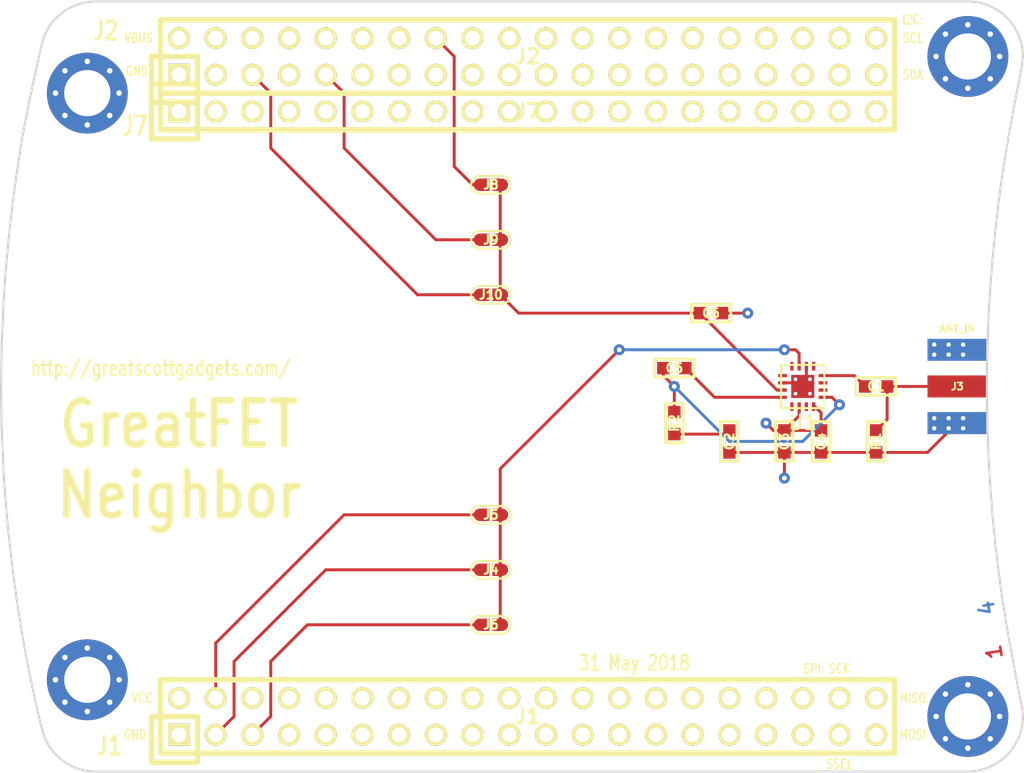
<source format=kicad_pcb>
(kicad_pcb (version 4) (host pcbnew 4.0.7-e2-6376~61~ubuntu18.04.1)
  (layers (0 F.Cu signal) (1 C2.Cu power hide) (2 C3.Cu power hide) (31 B.Cu signal) (35 F.Paste user) (37 F.SilkS user) (39 F.Mask user) (44 Edge.Cuts user))
  (net 0 "")
  (net 1 GND)
  (net 2 VCC)
  (net 3 /RF_IN)
  (net 4 /P4_9)
  (net 5 /P0_0)
  (net 6 /P4_10)
  (net 7 /P0_1)
  (net 8 /P1_0)
  (net 9 /P5_0)
  (net 10 /P5_1)
  (net 11 /P1_1)
  (net 12 /CLK0)
  (net 13 /P1_2)
  (net 14 /P1_5)
  (net 15 /P5_2)
  (net 16 /P1_7)
  (net 17 /P1_6)
  (net 18 /P1_9)
  (net 19 /P1_8)
  (net 20 /P5_3)
  (net 21 /P1_10)
  (net 22 /P1_12)
  (net 23 /P1_11)
  (net 24 /P5_5)
  (net 25 /P5_4)
  (net 26 /P1_14)
  (net 27 /P1_13)
  (net 28 /P5_6)
  (net 29 /P1_15)
  (net 30 /P5_7)
  (net 31 /P1_16)
  (net 32 /P1_18)
  (net 33 /P1_17)
  (net 34 /P9_5)
  (net 35 /P9_6)
  (net 36 /P2_0)
  (net 37 /P6_0)
  (net 38 /P1_20)
  (net 39 /P1_19)
  (net 40 /P1_4)
  (net 41 /P1_3)
  (net 42 "Net-(J2-Pad2)")
  (net 43 /P4_8)
  (net 44 /P4_0)
  (net 45 /ADC0_0)
  (net 46 /P4_5)
  (net 47 /P4_4)
  (net 48 /P4_2)
  (net 49 /P4_3)
  (net 50 /P4_6)
  (net 51 /P4_7)
  (net 52 /CLK2)
  (net 53 /P2_8)
  (net 54 /P2_7)
  (net 55 /P2_6)
  (net 56 /P7_7)
  (net 57 /WAKEUP0)
  (net 58 /P2_5)
  (net 59 /P2_4)
  (net 60 /P2_3)
  (net 61 /PF_4)
  (net 62 /P3_2)
  (net 63 /P7_2)
  (net 64 /P3_1)
  (net 65 /P7_1)
  (net 66 /P3_0)
  (net 67 /P7_0)
  (net 68 /P3_4)
  (net 69 /P6_8)
  (net 70 /P3_7)
  (net 71 /P6_7)
  (net 72 /P3_3)
  (net 73 /P2_2)
  (net 74 /P6_6)
  (net 75 /P2_1)
  (net 76 /P6_3)
  (net 77 /P3_5)
  (net 78 /P3_6)
  (net 79 /I2C0_SDA)
  (net 80 /I2C0_SCL)
  (net 81 /P6_4)
  (net 82 /P6_5)
  (net 83 /ADC0_5)
  (net 84 /ADC0_2)
  (net 85 /P2_9)
  (net 86 /P2_12)
  (net 87 /P2_13)
  (net 88 /RTC_ALARM)
  (net 89 /RESET)
  (net 90 /VBAT)
  (net 91 /P2_11)
  (net 92 /P2_10)
  (net 93 /P6_10)
  (net 94 /P6_9)
  (net 95 /P6_2)
  (net 96 /P6_1)
  (net 97 /VOUT)
  (net 98 "Net-(C1-Pad2)")
  (net 99 "Net-(C2-Pad1)")
  (net 100 /rms_avg)
  (net 101 "Net-(C5-Pad1)")
  (net 102 /ENBL)
  (net 103 "Net-(U1-Pad6)")
  (net 104 "Net-(U1-Pad3)")
  (net 105 "Net-(U1-Pad2)")
  (net 106 "Net-(U1-Pad16)")
  (net 107 "Net-(U1-Pad13)")
  (net 108 "Net-(U1-Pad12)")
  (net 109 "Net-(U1-Pad8)")
  (module gsg-modules:HEADER-1x20 (layer F.Cu) (at 146.05 76.2)
    (fp_text reference J7 (at 0 0) (layer F.SilkS) (effects (font (size 1.016 1.016) (thickness 0.2032))))
    (fp_text value BONUS_ROW hide)
    (pad 1 thru_hole rect (at -24.13 0) (size 1.524 1.524) (drill 1.016) (layers *.Cu *.Mask F.SilkS) (net 1 GND))
    (pad 2 thru_hole circle (at -21.59 0) (size 1.524 1.524) (drill 1.016) (layers *.Cu *.Mask F.SilkS) (net 81 /P6_4))
    (pad 3 thru_hole circle (at -19.05 0) (size 1.524 1.524) (drill 1.016) (layers *.Cu *.Mask F.SilkS) (net 82 /P6_5))
    (pad 4 thru_hole circle (at -16.51 0) (size 1.524 1.524) (drill 1.016) (layers *.Cu *.Mask F.SilkS) (net 83 /ADC0_5))
    (pad 5 thru_hole circle (at -13.97 0) (size 1.524 1.524) (drill 1.016) (layers *.Cu *.Mask F.SilkS) (net 84 /ADC0_2))
    (pad 6 thru_hole circle (at -11.43 0) (size 1.524 1.524) (drill 1.016) (layers *.Cu *.Mask F.SilkS) (net 85 /P2_9))
    (pad 7 thru_hole circle (at -8.89 0) (size 1.524 1.524) (drill 1.016) (layers *.Cu *.Mask F.SilkS) (net 86 /P2_12))
    (pad 8 thru_hole circle (at -6.35 0) (size 1.524 1.524) (drill 1.016) (layers *.Cu *.Mask F.SilkS) (net 87 /P2_13))
    (pad 9 thru_hole circle (at -3.81 0) (size 1.524 1.524) (drill 1.016) (layers *.Cu *.Mask F.SilkS) (net 88 /RTC_ALARM))
    (pad 10 thru_hole circle (at -1.27 0) (size 1.524 1.524) (drill 1.016) (layers *.Cu *.Mask F.SilkS) (net 1 GND))
    (pad 11 thru_hole circle (at 1.27 0) (size 1.524 1.524) (drill 1.016) (layers *.Cu *.Mask F.SilkS) (net 89 /RESET))
    (pad 12 thru_hole circle (at 3.81 0) (size 1.524 1.524) (drill 1.016) (layers *.Cu *.Mask F.SilkS) (net 90 /VBAT))
    (pad 13 thru_hole circle (at 6.35 0) (size 1.524 1.524) (drill 1.016) (layers *.Cu *.Mask F.SilkS) (net 91 /P2_11))
    (pad 14 thru_hole circle (at 8.89 0) (size 1.524 1.524) (drill 1.016) (layers *.Cu *.Mask F.SilkS) (net 92 /P2_10))
    (pad 15 thru_hole circle (at 11.43 0) (size 1.524 1.524) (drill 1.016) (layers *.Cu *.Mask F.SilkS) (net 93 /P6_10))
    (pad 16 thru_hole circle (at 13.97 0) (size 1.524 1.524) (drill 1.016) (layers *.Cu *.Mask F.SilkS) (net 94 /P6_9))
    (pad 17 thru_hole circle (at 16.51 0) (size 1.524 1.524) (drill 1.016) (layers *.Cu *.Mask F.SilkS) (net 95 /P6_2))
    (pad 18 thru_hole circle (at 19.05 0) (size 1.524 1.524) (drill 1.016) (layers *.Cu *.Mask F.SilkS) (net 96 /P6_1))
    (pad 19 thru_hole circle (at 21.59 0) (size 1.524 1.524) (drill 1.016) (layers *.Cu *.Mask F.SilkS) (net 1 GND))
    (pad 20 thru_hole circle (at 24.13 0) (size 1.524 1.524) (drill 1.016) (layers *.Cu *.Mask F.SilkS) (net 2 VCC))
  )
  (module gsg-modules:HEADER-2x20 (layer F.Cu) (at 146.05 118.11)
    (fp_text reference J1 (at 0 0) (layer F.SilkS) (effects (font (size 1.016 1.016) (thickness 0.2032))))
    (fp_text value NEIGHBOR1 hide)
    (pad 1 thru_hole rect (at -24.13 1.27) (size 1.524 1.524) (drill 1.016) (layers *.Cu *.Mask F.SilkS) (net 1 GND))
    (pad 2 thru_hole circle (at -24.13 -1.27) (size 1.524 1.524) (drill 1.016) (layers *.Cu *.Mask F.SilkS) (net 2 VCC))
    (pad 3 thru_hole circle (at -21.59 1.27) (size 1.524 1.524) (drill 1.016) (layers *.Cu *.Mask F.SilkS) (net 4 /P4_9))
    (pad 4 thru_hole circle (at -21.59 -1.27) (size 1.524 1.524) (drill 1.016) (layers *.Cu *.Mask F.SilkS) (net 5 /P0_0))
    (pad 5 thru_hole circle (at -19.05 1.27) (size 1.524 1.524) (drill 1.016) (layers *.Cu *.Mask F.SilkS) (net 6 /P4_10))
    (pad 6 thru_hole circle (at -19.05 -1.27) (size 1.524 1.524) (drill 1.016) (layers *.Cu *.Mask F.SilkS) (net 7 /P0_1))
    (pad 7 thru_hole circle (at -16.51 1.27) (size 1.524 1.524) (drill 1.016) (layers *.Cu *.Mask F.SilkS) (net 8 /P1_0))
    (pad 8 thru_hole circle (at -16.51 -1.27) (size 1.524 1.524) (drill 1.016) (layers *.Cu *.Mask F.SilkS) (net 9 /P5_0))
    (pad 9 thru_hole circle (at -13.97 1.27) (size 1.524 1.524) (drill 1.016) (layers *.Cu *.Mask F.SilkS) (net 10 /P5_1))
    (pad 10 thru_hole circle (at -13.97 -1.27) (size 1.524 1.524) (drill 1.016) (layers *.Cu *.Mask F.SilkS) (net 11 /P1_1))
    (pad 11 thru_hole circle (at -11.43 1.27) (size 1.524 1.524) (drill 1.016) (layers *.Cu *.Mask F.SilkS) (net 12 /CLK0))
    (pad 12 thru_hole circle (at -11.43 -1.27) (size 1.524 1.524) (drill 1.016) (layers *.Cu *.Mask F.SilkS) (net 13 /P1_2))
    (pad 13 thru_hole circle (at -8.89 1.27) (size 1.524 1.524) (drill 1.016) (layers *.Cu *.Mask F.SilkS) (net 14 /P1_5))
    (pad 14 thru_hole circle (at -8.89 -1.27) (size 1.524 1.524) (drill 1.016) (layers *.Cu *.Mask F.SilkS) (net 15 /P5_2))
    (pad 15 thru_hole circle (at -6.35 1.27) (size 1.524 1.524) (drill 1.016) (layers *.Cu *.Mask F.SilkS) (net 16 /P1_7))
    (pad 16 thru_hole circle (at -6.35 -1.27) (size 1.524 1.524) (drill 1.016) (layers *.Cu *.Mask F.SilkS) (net 17 /P1_6))
    (pad 17 thru_hole circle (at -3.81 1.27) (size 1.524 1.524) (drill 1.016) (layers *.Cu *.Mask F.SilkS) (net 18 /P1_9))
    (pad 18 thru_hole circle (at -3.81 -1.27) (size 1.524 1.524) (drill 1.016) (layers *.Cu *.Mask F.SilkS) (net 19 /P1_8))
    (pad 19 thru_hole circle (at -1.27 1.27) (size 1.524 1.524) (drill 1.016) (layers *.Cu *.Mask F.SilkS) (net 20 /P5_3))
    (pad 20 thru_hole circle (at -1.27 -1.27) (size 1.524 1.524) (drill 1.016) (layers *.Cu *.Mask F.SilkS) (net 21 /P1_10))
    (pad 21 thru_hole circle (at 1.27 1.27) (size 1.524 1.524) (drill 1.016) (layers *.Cu *.Mask F.SilkS) (net 22 /P1_12))
    (pad 22 thru_hole circle (at 1.27 -1.27) (size 1.524 1.524) (drill 1.016) (layers *.Cu *.Mask F.SilkS) (net 23 /P1_11))
    (pad 23 thru_hole circle (at 3.81 1.27) (size 1.524 1.524) (drill 1.016) (layers *.Cu *.Mask F.SilkS) (net 24 /P5_5))
    (pad 24 thru_hole circle (at 3.81 -1.27) (size 1.524 1.524) (drill 1.016) (layers *.Cu *.Mask F.SilkS) (net 25 /P5_4))
    (pad 25 thru_hole circle (at 6.35 1.27) (size 1.524 1.524) (drill 1.016) (layers *.Cu *.Mask F.SilkS) (net 26 /P1_14))
    (pad 26 thru_hole circle (at 6.35 -1.27) (size 1.524 1.524) (drill 1.016) (layers *.Cu *.Mask F.SilkS) (net 27 /P1_13))
    (pad 27 thru_hole circle (at 8.89 1.27) (size 1.524 1.524) (drill 1.016) (layers *.Cu *.Mask F.SilkS) (net 28 /P5_6))
    (pad 28 thru_hole circle (at 8.89 -1.27) (size 1.524 1.524) (drill 1.016) (layers *.Cu *.Mask F.SilkS) (net 29 /P1_15))
    (pad 29 thru_hole circle (at 11.43 1.27) (size 1.524 1.524) (drill 1.016) (layers *.Cu *.Mask F.SilkS) (net 30 /P5_7))
    (pad 30 thru_hole circle (at 11.43 -1.27) (size 1.524 1.524) (drill 1.016) (layers *.Cu *.Mask F.SilkS) (net 31 /P1_16))
    (pad 31 thru_hole circle (at 13.97 1.27) (size 1.524 1.524) (drill 1.016) (layers *.Cu *.Mask F.SilkS) (net 32 /P1_18))
    (pad 32 thru_hole circle (at 13.97 -1.27) (size 1.524 1.524) (drill 1.016) (layers *.Cu *.Mask F.SilkS) (net 33 /P1_17))
    (pad 33 thru_hole circle (at 16.51 1.27) (size 1.524 1.524) (drill 1.016) (layers *.Cu *.Mask F.SilkS) (net 34 /P9_5))
    (pad 34 thru_hole circle (at 16.51 -1.27) (size 1.524 1.524) (drill 1.016) (layers *.Cu *.Mask F.SilkS) (net 35 /P9_6))
    (pad 35 thru_hole circle (at 19.05 1.27) (size 1.524 1.524) (drill 1.016) (layers *.Cu *.Mask F.SilkS) (net 36 /P2_0))
    (pad 36 thru_hole circle (at 19.05 -1.27) (size 1.524 1.524) (drill 1.016) (layers *.Cu *.Mask F.SilkS) (net 37 /P6_0))
    (pad 37 thru_hole circle (at 21.59 1.27) (size 1.524 1.524) (drill 1.016) (layers *.Cu *.Mask F.SilkS) (net 38 /P1_20))
    (pad 38 thru_hole circle (at 21.59 -1.27) (size 1.524 1.524) (drill 1.016) (layers *.Cu *.Mask F.SilkS) (net 39 /P1_19))
    (pad 39 thru_hole circle (at 24.13 1.27) (size 1.524 1.524) (drill 1.016) (layers *.Cu *.Mask F.SilkS) (net 40 /P1_4))
    (pad 40 thru_hole circle (at 24.13 -1.27) (size 1.524 1.524) (drill 1.016) (layers *.Cu *.Mask F.SilkS) (net 41 /P1_3))
  )
  (module gsg-modules:HEADER-2x20 (layer F.Cu) (at 146.05 72.39)
    (fp_text reference J2 (at 0 0) (layer F.SilkS) (effects (font (size 1.016 1.016) (thickness 0.2032))))
    (fp_text value NEIGHBOR2 hide)
    (pad 1 thru_hole rect (at -24.13 1.27) (size 1.524 1.524) (drill 1.016) (layers *.Cu *.Mask F.SilkS) (net 1 GND))
    (pad 2 thru_hole circle (at -24.13 -1.27) (size 1.524 1.524) (drill 1.016) (layers *.Cu *.Mask F.SilkS) (net 42 "Net-(J2-Pad2)"))
    (pad 3 thru_hole circle (at -21.59 1.27) (size 1.524 1.524) (drill 1.016) (layers *.Cu *.Mask F.SilkS) (net 43 /P4_8))
    (pad 4 thru_hole circle (at -21.59 -1.27) (size 1.524 1.524) (drill 1.016) (layers *.Cu *.Mask F.SilkS) (net 44 /P4_0))
    (pad 5 thru_hole circle (at -19.05 1.27) (size 1.524 1.524) (drill 1.016) (layers *.Cu *.Mask F.SilkS) (net 45 /ADC0_0))
    (pad 6 thru_hole circle (at -19.05 -1.27) (size 1.524 1.524) (drill 1.016) (layers *.Cu *.Mask F.SilkS) (net 46 /P4_5))
    (pad 7 thru_hole circle (at -16.51 1.27) (size 1.524 1.524) (drill 1.016) (layers *.Cu *.Mask F.SilkS) (net 47 /P4_4))
    (pad 8 thru_hole circle (at -16.51 -1.27) (size 1.524 1.524) (drill 1.016) (layers *.Cu *.Mask F.SilkS) (net 48 /P4_2))
    (pad 9 thru_hole circle (at -13.97 1.27) (size 1.524 1.524) (drill 1.016) (layers *.Cu *.Mask F.SilkS) (net 49 /P4_3))
    (pad 10 thru_hole circle (at -13.97 -1.27) (size 1.524 1.524) (drill 1.016) (layers *.Cu *.Mask F.SilkS) (net 50 /P4_6))
    (pad 11 thru_hole circle (at -11.43 1.27) (size 1.524 1.524) (drill 1.016) (layers *.Cu *.Mask F.SilkS) (net 51 /P4_7))
    (pad 12 thru_hole circle (at -11.43 -1.27) (size 1.524 1.524) (drill 1.016) (layers *.Cu *.Mask F.SilkS) (net 52 /CLK2))
    (pad 13 thru_hole circle (at -8.89 1.27) (size 1.524 1.524) (drill 1.016) (layers *.Cu *.Mask F.SilkS) (net 53 /P2_8))
    (pad 14 thru_hole circle (at -8.89 -1.27) (size 1.524 1.524) (drill 1.016) (layers *.Cu *.Mask F.SilkS) (net 54 /P2_7))
    (pad 15 thru_hole circle (at -6.35 1.27) (size 1.524 1.524) (drill 1.016) (layers *.Cu *.Mask F.SilkS) (net 55 /P2_6))
    (pad 16 thru_hole circle (at -6.35 -1.27) (size 1.524 1.524) (drill 1.016) (layers *.Cu *.Mask F.SilkS) (net 56 /P7_7))
    (pad 17 thru_hole circle (at -3.81 1.27) (size 1.524 1.524) (drill 1.016) (layers *.Cu *.Mask F.SilkS) (net 57 /WAKEUP0))
    (pad 18 thru_hole circle (at -3.81 -1.27) (size 1.524 1.524) (drill 1.016) (layers *.Cu *.Mask F.SilkS) (net 58 /P2_5))
    (pad 19 thru_hole circle (at -1.27 1.27) (size 1.524 1.524) (drill 1.016) (layers *.Cu *.Mask F.SilkS) (net 59 /P2_4))
    (pad 20 thru_hole circle (at -1.27 -1.27) (size 1.524 1.524) (drill 1.016) (layers *.Cu *.Mask F.SilkS) (net 60 /P2_3))
    (pad 21 thru_hole circle (at 1.27 1.27) (size 1.524 1.524) (drill 1.016) (layers *.Cu *.Mask F.SilkS) (net 61 /PF_4))
    (pad 22 thru_hole circle (at 1.27 -1.27) (size 1.524 1.524) (drill 1.016) (layers *.Cu *.Mask F.SilkS) (net 62 /P3_2))
    (pad 23 thru_hole circle (at 3.81 1.27) (size 1.524 1.524) (drill 1.016) (layers *.Cu *.Mask F.SilkS) (net 63 /P7_2))
    (pad 24 thru_hole circle (at 3.81 -1.27) (size 1.524 1.524) (drill 1.016) (layers *.Cu *.Mask F.SilkS) (net 64 /P3_1))
    (pad 25 thru_hole circle (at 6.35 1.27) (size 1.524 1.524) (drill 1.016) (layers *.Cu *.Mask F.SilkS) (net 65 /P7_1))
    (pad 26 thru_hole circle (at 6.35 -1.27) (size 1.524 1.524) (drill 1.016) (layers *.Cu *.Mask F.SilkS) (net 66 /P3_0))
    (pad 27 thru_hole circle (at 8.89 1.27) (size 1.524 1.524) (drill 1.016) (layers *.Cu *.Mask F.SilkS) (net 67 /P7_0))
    (pad 28 thru_hole circle (at 8.89 -1.27) (size 1.524 1.524) (drill 1.016) (layers *.Cu *.Mask F.SilkS) (net 68 /P3_4))
    (pad 29 thru_hole circle (at 11.43 1.27) (size 1.524 1.524) (drill 1.016) (layers *.Cu *.Mask F.SilkS) (net 69 /P6_8))
    (pad 30 thru_hole circle (at 11.43 -1.27) (size 1.524 1.524) (drill 1.016) (layers *.Cu *.Mask F.SilkS) (net 70 /P3_7))
    (pad 31 thru_hole circle (at 13.97 1.27) (size 1.524 1.524) (drill 1.016) (layers *.Cu *.Mask F.SilkS) (net 71 /P6_7))
    (pad 32 thru_hole circle (at 13.97 -1.27) (size 1.524 1.524) (drill 1.016) (layers *.Cu *.Mask F.SilkS) (net 72 /P3_3))
    (pad 33 thru_hole circle (at 16.51 1.27) (size 1.524 1.524) (drill 1.016) (layers *.Cu *.Mask F.SilkS) (net 73 /P2_2))
    (pad 34 thru_hole circle (at 16.51 -1.27) (size 1.524 1.524) (drill 1.016) (layers *.Cu *.Mask F.SilkS) (net 74 /P6_6))
    (pad 35 thru_hole circle (at 19.05 1.27) (size 1.524 1.524) (drill 1.016) (layers *.Cu *.Mask F.SilkS) (net 75 /P2_1))
    (pad 36 thru_hole circle (at 19.05 -1.27) (size 1.524 1.524) (drill 1.016) (layers *.Cu *.Mask F.SilkS) (net 76 /P6_3))
    (pad 37 thru_hole circle (at 21.59 1.27) (size 1.524 1.524) (drill 1.016) (layers *.Cu *.Mask F.SilkS) (net 77 /P3_5))
    (pad 38 thru_hole circle (at 21.59 -1.27) (size 1.524 1.524) (drill 1.016) (layers *.Cu *.Mask F.SilkS) (net 78 /P3_6))
    (pad 39 thru_hole circle (at 24.13 1.27) (size 1.524 1.524) (drill 1.016) (layers *.Cu *.Mask F.SilkS) (net 79 /I2C0_SDA))
    (pad 40 thru_hole circle (at 24.13 -1.27) (size 1.524 1.524) (drill 1.016) (layers *.Cu *.Mask F.SilkS) (net 80 /I2C0_SCL))
  )
  (module gsg-modules:HOLE126MIL-COPPER (layer F.Cu) (at 115.57 74.93)
    (fp_text reference MH1 hide)
    (fp_text value MOUNTING_HOLE hide)
    (pad 1 thru_hole circle (at 0 0) (size 5.6 5.6) (drill 3.2004) (layers *.Cu *.Mask) (net 1 GND))
    (pad 1 thru_hole circle (at 0 -2.2) (size 0.6 0.6) (drill 0.381) (layers *.Cu *.Mask) (net 1 GND))
    (pad 1 thru_hole circle (at -2.2 0) (size 0.6 0.6) (drill 0.381) (layers *.Cu *.Mask) (net 1 GND))
    (pad 1 thru_hole circle (at 0 2.2) (size 0.6 0.6) (drill 0.381) (layers *.Cu *.Mask) (net 1 GND))
    (pad 1 thru_hole circle (at 2.2 0) (size 0.6 0.6) (drill 0.381) (layers *.Cu *.Mask) (net 1 GND))
    (pad 1 thru_hole circle (at 1.55 -1.55) (size 0.6 0.6) (drill 0.381) (layers *.Cu *.Mask) (net 1 GND))
    (pad 1 thru_hole circle (at -1.55 -1.55) (size 0.6 0.6) (drill 0.381) (layers *.Cu *.Mask) (net 1 GND))
    (pad 1 thru_hole circle (at -1.55 1.55) (size 0.6 0.6) (drill 0.381) (layers *.Cu *.Mask) (net 1 GND))
    (pad 1 thru_hole circle (at 1.55 1.55) (size 0.6 0.6) (drill 0.381) (layers *.Cu *.Mask) (net 1 GND))
  )
  (module gsg-modules:HOLE126MIL-COPPER (layer F.Cu) (at 115.57 115.57)
    (fp_text reference MH2 hide)
    (fp_text value MOUNTING_HOLE hide)
    (pad 1 thru_hole circle (at 0 0) (size 5.6 5.6) (drill 3.2004) (layers *.Cu *.Mask) (net 1 GND))
    (pad 1 thru_hole circle (at 0 -2.2) (size 0.6 0.6) (drill 0.381) (layers *.Cu *.Mask) (net 1 GND))
    (pad 1 thru_hole circle (at -2.2 0) (size 0.6 0.6) (drill 0.381) (layers *.Cu *.Mask) (net 1 GND))
    (pad 1 thru_hole circle (at 0 2.2) (size 0.6 0.6) (drill 0.381) (layers *.Cu *.Mask) (net 1 GND))
    (pad 1 thru_hole circle (at 2.2 0) (size 0.6 0.6) (drill 0.381) (layers *.Cu *.Mask) (net 1 GND))
    (pad 1 thru_hole circle (at 1.55 -1.55) (size 0.6 0.6) (drill 0.381) (layers *.Cu *.Mask) (net 1 GND))
    (pad 1 thru_hole circle (at -1.55 -1.55) (size 0.6 0.6) (drill 0.381) (layers *.Cu *.Mask) (net 1 GND))
    (pad 1 thru_hole circle (at -1.55 1.55) (size 0.6 0.6) (drill 0.381) (layers *.Cu *.Mask) (net 1 GND))
    (pad 1 thru_hole circle (at 1.55 1.55) (size 0.6 0.6) (drill 0.381) (layers *.Cu *.Mask) (net 1 GND))
  )
  (module gsg-modules:HOLE126MIL-COPPER (layer F.Cu) (at 176.53 118.11)
    (fp_text reference MH3 hide)
    (fp_text value MOUNTING_HOLE hide)
    (pad 1 thru_hole circle (at 0 0) (size 5.6 5.6) (drill 3.2004) (layers *.Cu *.Mask) (net 1 GND))
    (pad 1 thru_hole circle (at 0 -2.2) (size 0.6 0.6) (drill 0.381) (layers *.Cu *.Mask) (net 1 GND))
    (pad 1 thru_hole circle (at -2.2 0) (size 0.6 0.6) (drill 0.381) (layers *.Cu *.Mask) (net 1 GND))
    (pad 1 thru_hole circle (at 0 2.2) (size 0.6 0.6) (drill 0.381) (layers *.Cu *.Mask) (net 1 GND))
    (pad 1 thru_hole circle (at 2.2 0) (size 0.6 0.6) (drill 0.381) (layers *.Cu *.Mask) (net 1 GND))
    (pad 1 thru_hole circle (at 1.55 -1.55) (size 0.6 0.6) (drill 0.381) (layers *.Cu *.Mask) (net 1 GND))
    (pad 1 thru_hole circle (at -1.55 -1.55) (size 0.6 0.6) (drill 0.381) (layers *.Cu *.Mask) (net 1 GND))
    (pad 1 thru_hole circle (at -1.55 1.55) (size 0.6 0.6) (drill 0.381) (layers *.Cu *.Mask) (net 1 GND))
    (pad 1 thru_hole circle (at 1.55 1.55) (size 0.6 0.6) (drill 0.381) (layers *.Cu *.Mask) (net 1 GND))
  )
  (module gsg-modules:HOLE126MIL-COPPER (layer F.Cu) (at 176.53 72.39)
    (fp_text reference MH4 hide)
    (fp_text value MOUNTING_HOLE hide)
    (pad 1 thru_hole circle (at 0 0) (size 5.6 5.6) (drill 3.2004) (layers *.Cu *.Mask) (net 1 GND))
    (pad 1 thru_hole circle (at 0 -2.2) (size 0.6 0.6) (drill 0.381) (layers *.Cu *.Mask) (net 1 GND))
    (pad 1 thru_hole circle (at -2.2 0) (size 0.6 0.6) (drill 0.381) (layers *.Cu *.Mask) (net 1 GND))
    (pad 1 thru_hole circle (at 0 2.2) (size 0.6 0.6) (drill 0.381) (layers *.Cu *.Mask) (net 1 GND))
    (pad 1 thru_hole circle (at 2.2 0) (size 0.6 0.6) (drill 0.381) (layers *.Cu *.Mask) (net 1 GND))
    (pad 1 thru_hole circle (at 1.55 -1.55) (size 0.6 0.6) (drill 0.381) (layers *.Cu *.Mask) (net 1 GND))
    (pad 1 thru_hole circle (at -1.55 -1.55) (size 0.6 0.6) (drill 0.381) (layers *.Cu *.Mask) (net 1 GND))
    (pad 1 thru_hole circle (at -1.55 1.55) (size 0.6 0.6) (drill 0.381) (layers *.Cu *.Mask) (net 1 GND))
    (pad 1 thru_hole circle (at 1.55 1.55) (size 0.6 0.6) (drill 0.381) (layers *.Cu *.Mask) (net 1 GND))
  )
  (module gsg-modules:SMA-EDGE (layer F.Cu) (at 177.8 95.25 180)
    (fp_text reference J3 (at 1.99898 0 180) (layer F.SilkS) (effects (font (size 0.50038 0.50038) (thickness 0.12446))))
    (fp_text value ANT_IN (at 1.99898 4.0005 180) (layer F.SilkS) (effects (font (size 0.50038 0.50038) (thickness 0.12446))))
    (pad 1 smd rect (at 2.032 0 180) (size 4.064 1.524) (layers F.Cu F.Mask) (net 98 "Net-(C1-Pad2)"))
    (pad 2 smd rect (at 2.032 -2.54 180) (size 4.064 1.524) (layers F.Cu F.Mask) (net 1 GND))
    (pad 2 smd rect (at 2.032 2.54 180) (size 4.064 1.524) (layers B.Cu) (net 1 GND))
    (pad 2 smd rect (at 2.032 -2.54 180) (size 4.064 1.524) (layers B.Cu) (net 1 GND))
    (pad 2 smd rect (at 2.032 2.54 180) (size 4.064 1.524) (layers F.Cu F.Mask) (net 1 GND))
    (pad 2 thru_hole circle (at 3.6 -2.2 180) (size 0.762 0.762) (drill 0.3048) (layers *.Cu *.Mask) (net 1 GND))
    (pad 2 thru_hole circle (at 3.6 -2.9 180) (size 0.762 0.762) (drill 0.3048) (layers *.Cu *.Mask) (net 1 GND))
    (pad 2 thru_hole circle (at 2.6 -2.2 180) (size 0.762 0.762) (drill 0.3048) (layers *.Cu *.Mask) (net 1 GND))
    (pad 2 thru_hole circle (at 1.6 -2.2 180) (size 0.762 0.762) (drill 0.3048) (layers *.Cu *.Mask) (net 1 GND))
    (pad 2 thru_hole circle (at 1.6 -2.9 180) (size 0.762 0.762) (drill 0.3048) (layers *.Cu *.Mask) (net 1 GND))
    (pad 2 thru_hole circle (at 2.6 -2.9 180) (size 0.762 0.762) (drill 0.3048) (layers *.Cu *.Mask) (net 1 GND))
    (pad 2 thru_hole circle (at 3.6 2.2 180) (size 0.762 0.762) (drill 0.3048) (layers *.Cu *.Mask) (net 1 GND))
    (pad 2 thru_hole circle (at 2.6 2.2 180) (size 0.762 0.762) (drill 0.3048) (layers *.Cu *.Mask) (net 1 GND))
    (pad 2 thru_hole circle (at 1.6 2.2 180) (size 0.762 0.762) (drill 0.3048) (layers *.Cu *.Mask) (net 1 GND))
    (pad 2 thru_hole circle (at 1.6 2.9 180) (size 0.762 0.762) (drill 0.3048) (layers *.Cu *.Mask) (net 1 GND))
    (pad 2 thru_hole circle (at 2.6 2.9 180) (size 0.762 0.762) (drill 0.3048) (layers *.Cu *.Mask) (net 1 GND))
    (pad 2 thru_hole circle (at 3.6 2.9 180) (size 0.762 0.762) (drill 0.3048) (layers *.Cu *.Mask) (net 1 GND))
  )
  (module gsg-modules:0603 (layer F.Cu) (at 170.18 95.25)
    (fp_text reference C1 (at 0 0) (layer F.SilkS) (effects (font (size 0.6096 0.6096) (thickness 0.1524))))
    (fp_text value 470nF hide)
    (pad 2 smd rect (at 0.762 0) (size 0.8636 0.8636) (layers F.Cu F.Paste F.Mask) (net 98 "Net-(C1-Pad2)"))
    (pad 1 smd rect (at -0.762 0) (size 0.8636 0.8636) (layers F.Cu F.Paste F.Mask) (net 3 /RF_IN))
  )
  (module gsg-modules:0603 (layer F.Cu) (at 160.02 99.06 270)
    (fp_text reference C2 (at 0 0 270) (layer F.SilkS) (effects (font (size 0.6096 0.6096) (thickness 0.1524))))
    (fp_text value 100nF hide)
    (pad 2 smd rect (at 0.762 0 270) (size 0.8636 0.8636) (layers F.Cu F.Paste F.Mask) (net 1 GND))
    (pad 1 smd rect (at -0.762 0 270) (size 0.8636 0.8636) (layers F.Cu F.Paste F.Mask) (net 99 "Net-(C2-Pad1)"))
  )
  (module gsg-modules:0603 (layer F.Cu) (at 163.83 99.06 270)
    (fp_text reference C3 (at 0 0 270) (layer F.SilkS) (effects (font (size 0.6096 0.6096) (thickness 0.1524))))
    (fp_text value 0.1uF hide)
    (pad 2 smd rect (at 0.762 0 270) (size 0.8636 0.8636) (layers F.Cu F.Paste F.Mask) (net 1 GND))
    (pad 1 smd rect (at -0.762 0 270) (size 0.8636 0.8636) (layers F.Cu F.Paste F.Mask) (net 2 VCC))
  )
  (module gsg-modules:0603 (layer F.Cu) (at 166.37 99.06 270)
    (fp_text reference C4 (at 0 0 270) (layer F.SilkS) (effects (font (size 0.6096 0.6096) (thickness 0.1524))))
    (fp_text value 100pF hide)
    (pad 2 smd rect (at 0.762 0 270) (size 0.8636 0.8636) (layers F.Cu F.Paste F.Mask) (net 1 GND))
    (pad 1 smd rect (at -0.762 0 270) (size 0.8636 0.8636) (layers F.Cu F.Paste F.Mask) (net 2 VCC))
  )
  (module gsg-modules:0603 (layer F.Cu) (at 156.21 93.98 180)
    (fp_text reference C5 (at 0 0 180) (layer F.SilkS) (effects (font (size 0.6096 0.6096) (thickness 0.1524))))
    (fp_text value Crms hide)
    (pad 2 smd rect (at 0.762 0 180) (size 0.8636 0.8636) (layers F.Cu F.Paste F.Mask) (net 100 /rms_avg))
    (pad 1 smd rect (at -0.762 0 180) (size 0.8636 0.8636) (layers F.Cu F.Paste F.Mask) (net 101 "Net-(C5-Pad1)"))
  )
  (module gsg-modules:0603 (layer F.Cu) (at 158.75 90.17)
    (fp_text reference C6 (at 0 0) (layer F.SilkS) (effects (font (size 0.6096 0.6096) (thickness 0.1524))))
    (fp_text value 10nF hide)
    (pad 2 smd rect (at 0.762 0) (size 0.8636 0.8636) (layers F.Cu F.Paste F.Mask) (net 1 GND))
    (pad 1 smd rect (at -0.762 0) (size 0.8636 0.8636) (layers F.Cu F.Paste F.Mask) (net 97 /VOUT))
  )
  (module gsg-modules:0603-JUMPER (layer F.Cu) (at 143.51 107.95 180)
    (fp_text reference J4 (at 0 0 180) (layer F.SilkS) (effects (font (size 0.6096 0.6096) (thickness 0.1524))))
    (fp_text value TEST_2P hide)
    (pad 1 smd oval (at -0.6477 0 180) (size 1.0922 0.8636) (layers F.Cu F.Mask) (net 102 /ENBL))
    (pad 2 smd rect (at 0.3556 0 180) (size 0.508 0.8636) (layers F.Cu F.Mask) (net 4 /P4_9))
    (pad 1 smd rect (at -0.3556 0 180) (size 0.508 0.8636) (layers F.Cu F.Mask) (net 102 /ENBL))
    (pad 2 smd oval (at 0.6477 0 180) (size 1.0922 0.8636) (layers F.Cu F.Mask) (net 4 /P4_9))
  )
  (module gsg-modules:0603-JUMPER (layer F.Cu) (at 143.51 104.14 180)
    (fp_text reference J5 (at 0 0 180) (layer F.SilkS) (effects (font (size 0.6096 0.6096) (thickness 0.1524))))
    (fp_text value TEST_2P hide)
    (pad 1 smd oval (at -0.6477 0 180) (size 1.0922 0.8636) (layers F.Cu F.Mask) (net 102 /ENBL))
    (pad 2 smd rect (at 0.3556 0 180) (size 0.508 0.8636) (layers F.Cu F.Mask) (net 5 /P0_0))
    (pad 1 smd rect (at -0.3556 0 180) (size 0.508 0.8636) (layers F.Cu F.Mask) (net 102 /ENBL))
    (pad 2 smd oval (at 0.6477 0 180) (size 1.0922 0.8636) (layers F.Cu F.Mask) (net 5 /P0_0))
  )
  (module gsg-modules:0603-JUMPER (layer F.Cu) (at 143.51 111.76 180)
    (fp_text reference J6 (at 0 0 180) (layer F.SilkS) (effects (font (size 0.6096 0.6096) (thickness 0.1524))))
    (fp_text value TEST_2P hide)
    (pad 1 smd oval (at -0.6477 0 180) (size 1.0922 0.8636) (layers F.Cu F.Mask) (net 102 /ENBL))
    (pad 2 smd rect (at 0.3556 0 180) (size 0.508 0.8636) (layers F.Cu F.Mask) (net 6 /P4_10))
    (pad 1 smd rect (at -0.3556 0 180) (size 0.508 0.8636) (layers F.Cu F.Mask) (net 102 /ENBL))
    (pad 2 smd oval (at 0.6477 0 180) (size 1.0922 0.8636) (layers F.Cu F.Mask) (net 6 /P4_10))
  )
  (module gsg-modules:0603-JUMPER (layer F.Cu) (at 143.51 81.28 180)
    (fp_text reference J8 (at 0 0 180) (layer F.SilkS) (effects (font (size 0.6096 0.6096) (thickness 0.1524))))
    (fp_text value TEST_2P hide)
    (pad 1 smd oval (at -0.6477 0 180) (size 1.0922 0.8636) (layers F.Cu F.Mask) (net 97 /VOUT))
    (pad 2 smd rect (at 0.3556 0 180) (size 0.508 0.8636) (layers F.Cu F.Mask) (net 56 /P7_7))
    (pad 1 smd rect (at -0.3556 0 180) (size 0.508 0.8636) (layers F.Cu F.Mask) (net 97 /VOUT))
    (pad 2 smd oval (at 0.6477 0 180) (size 1.0922 0.8636) (layers F.Cu F.Mask) (net 56 /P7_7))
  )
  (module gsg-modules:0603-JUMPER (layer F.Cu) (at 143.51 85.09 180)
    (fp_text reference J9 (at 0 0 180) (layer F.SilkS) (effects (font (size 0.6096 0.6096) (thickness 0.1524))))
    (fp_text value TEST_2P hide)
    (pad 1 smd oval (at -0.6477 0 180) (size 1.0922 0.8636) (layers F.Cu F.Mask) (net 97 /VOUT))
    (pad 2 smd rect (at 0.3556 0 180) (size 0.508 0.8636) (layers F.Cu F.Mask) (net 49 /P4_3))
    (pad 1 smd rect (at -0.3556 0 180) (size 0.508 0.8636) (layers F.Cu F.Mask) (net 97 /VOUT))
    (pad 2 smd oval (at 0.6477 0 180) (size 1.0922 0.8636) (layers F.Cu F.Mask) (net 49 /P4_3))
  )
  (module gsg-modules:0603-JUMPER (layer F.Cu) (at 143.51 88.9 180)
    (fp_text reference J10 (at 0 0 180) (layer F.SilkS) (effects (font (size 0.6096 0.6096) (thickness 0.1524))))
    (fp_text value TEST_2P hide)
    (pad 1 smd oval (at -0.6477 0 180) (size 1.0922 0.8636) (layers F.Cu F.Mask) (net 97 /VOUT))
    (pad 2 smd rect (at 0.3556 0 180) (size 0.508 0.8636) (layers F.Cu F.Mask) (net 45 /ADC0_0))
    (pad 1 smd rect (at -0.3556 0 180) (size 0.508 0.8636) (layers F.Cu F.Mask) (net 97 /VOUT))
    (pad 2 smd oval (at 0.6477 0 180) (size 1.0922 0.8636) (layers F.Cu F.Mask) (net 45 /ADC0_0))
  )
  (module gsg-modules:0603 (layer F.Cu) (at 170.18 99.06 270)
    (fp_text reference R1 (at 0 0 270) (layer F.SilkS) (effects (font (size 0.6096 0.6096) (thickness 0.1524))))
    (fp_text value 82.5 hide)
    (pad 2 smd rect (at 0.762 0 270) (size 0.8636 0.8636) (layers F.Cu F.Paste F.Mask) (net 1 GND))
    (pad 1 smd rect (at -0.762 0 270) (size 0.8636 0.8636) (layers F.Cu F.Paste F.Mask) (net 98 "Net-(C1-Pad2)"))
  )
  (module gsg-modules:0603 (layer F.Cu) (at 156.21 97.79 270)
    (fp_text reference R2 (at 0 0 270) (layer F.SilkS) (effects (font (size 0.6096 0.6096) (thickness 0.1524))))
    (fp_text value 4.02 hide)
    (pad 2 smd rect (at 0.762 0 270) (size 0.8636 0.8636) (layers F.Cu F.Paste F.Mask) (net 99 "Net-(C2-Pad1)"))
    (pad 1 smd rect (at -0.762 0 270) (size 0.8636 0.8636) (layers F.Cu F.Paste F.Mask) (net 100 /rms_avg))
  )
  (module gsg-modules:ADL5904 (layer F.Cu) (at 165.1 95.25)
    (fp_text reference U1 (at 0 2.5) (layer F.SilkS))
    (fp_text value ADL5904)
    (pad 11 thru_hole circle (at -0.5 0.5) (size 0.3 0.3) (drill 0.25) (layers *.Cu *.Mask) (net 1 GND))
    (pad 11 thru_hole circle (at 0.5 0.5) (size 0.3 0.3) (drill 0.25) (layers *.Cu *.Mask) (net 1 GND))
    (pad 11 thru_hole circle (at 0.5 -0.5) (size 0.3 0.3) (drill 0.25) (layers *.Cu *.Mask) (net 1 GND))
    (pad 16 smd rect (at 0.75 -1.4 90) (size 0.6 0.23) (layers F.Cu F.Paste F.Mask) (net 106 "Net-(U1-Pad16)"))
    (pad 15 smd rect (at 0.25 -1.4 90) (size 0.6 0.23) (layers F.Cu F.Paste F.Mask) (net 1 GND))
    (pad 14 smd rect (at -0.25 -1.4 90) (size 0.6 0.23) (layers F.Cu F.Paste F.Mask) (net 102 /ENBL))
    (pad 13 smd rect (at -0.75 -1.4 90) (size 0.6 0.23) (layers F.Cu F.Paste F.Mask) (net 107 "Net-(U1-Pad13)"))
    (pad 12 smd rect (at -1.4 -0.75) (size 0.6 0.23) (layers F.Cu F.Paste F.Mask) (net 108 "Net-(U1-Pad12)"))
    (pad 11 smd rect (at -1.4 -0.25) (size 0.6 0.23) (layers F.Cu F.Paste F.Mask) (net 1 GND))
    (pad 10 smd rect (at -1.4 0.25) (size 0.6 0.23) (layers F.Cu F.Paste F.Mask) (net 97 /VOUT))
    (pad 9 smd rect (at -1.4 0.75) (size 0.6 0.23) (layers F.Cu F.Paste F.Mask) (net 101 "Net-(C5-Pad1)"))
    (pad 8 smd rect (at -0.75 1.4 90) (size 0.6 0.23) (layers F.Cu F.Paste F.Mask) (net 109 "Net-(U1-Pad8)"))
    (pad 7 smd rect (at -0.25 1.4 90) (size 0.6 0.23) (layers F.Cu F.Paste F.Mask) (net 2 VCC))
    (pad 6 smd rect (at 0.25 1.4 90) (size 0.6 0.23) (layers F.Cu F.Paste F.Mask) (net 103 "Net-(U1-Pad6)"))
    (pad 5 smd rect (at 0.75 1.4 90) (size 0.6 0.23) (layers F.Cu F.Paste F.Mask) (net 2 VCC))
    (pad 4 smd rect (at 1.4 0.75) (size 0.6 0.23) (layers F.Cu F.Paste F.Mask) (net 100 /rms_avg))
    (pad 3 smd rect (at 1.4 0.25) (size 0.6 0.23) (layers F.Cu F.Paste F.Mask) (net 104 "Net-(U1-Pad3)"))
    (pad 2 smd rect (at 1.4 -0.25) (size 0.6 0.23) (layers F.Cu F.Paste F.Mask) (net 105 "Net-(U1-Pad2)"))
    (pad 11 smd rect (at 0 0) (size 1.6 1.6) (layers F.Cu F.Paste F.Mask) (net 1 GND))
    (pad 1 smd rect (at 1.4 -0.75) (size 0.6 0.23) (layers F.Cu F.Paste F.Mask) (net 3 /RF_IN))
    (pad 11 thru_hole circle (at -0.5 -0.5) (size 0.3 0.3) (drill 0.25) (layers *.Cu *.Mask) (net 1 GND))
  )
  (gr_line (start 109.6772 98.933) (end 109.728 99.9998) (angle 90) (layer Edge.Cuts) (width 0.15))
  (gr_line (start 109.6264 97.4852) (end 109.6772 98.933) (angle 90) (layer Edge.Cuts) (width 0.15))
  (gr_line (start 109.601 95.5802) (end 109.6264 97.4852) (angle 90) (layer Edge.Cuts) (width 0.15))
  (gr_line (start 109.6264 93.726) (end 109.601 95.5802) (angle 90) (layer Edge.Cuts) (width 0.15))
  (gr_line (start 109.6518 92.1766) (end 109.6264 93.726) (angle 90) (layer Edge.Cuts) (width 0.15))
  (gr_line (start 109.728 90.5002) (end 109.6518 92.1766) (angle 90) (layer Edge.Cuts) (width 0.15))
  (gr_line (start 177.927 99.0346) (end 177.9524 99.9998) (angle 90) (layer Edge.Cuts) (width 0.15))
  (gr_line (start 177.8762 97.79) (end 177.927 99.0346) (angle 90) (layer Edge.Cuts) (width 0.15))
  (gr_line (start 177.8508 96.393) (end 177.8762 97.79) (angle 90) (layer Edge.Cuts) (width 0.15))
  (gr_line (start 177.8508 95.123) (end 177.8508 96.393) (angle 90) (layer Edge.Cuts) (width 0.15))
  (gr_line (start 177.8508 94.0054) (end 177.8508 95.123) (angle 90) (layer Edge.Cuts) (width 0.15))
  (gr_line (start 177.9016 92.3544) (end 177.8508 94.0054) (angle 90) (layer Edge.Cuts) (width 0.15))
  (gr_line (start 177.9524 90.5002) (end 177.9016 92.3544) (angle 90) (layer Edge.Cuts) (width 0.15))
  (gr_text "31 May 2018" (at 153.4414 114.4016) (layer F.SilkS) (effects (font (size 1.016 0.762) (thickness 0.1524))))
  (gr_text 4 (at 177.8508 110.5916 98.9) (layer B.Cu) (effects (font (size 1.016 1.016) (thickness 0.1778))))
  (gr_text 1 (at 178.3588 113.6396 98.9) (layer F.Cu) (effects (font (size 1.016 1.016) (thickness 0.1778))))
  (gr_text http://greatscottgadgets.com/ (at 120.65 93.98) (layer F.SilkS) (effects (font (size 1.016 0.762) (thickness 0.1524))))
  (gr_text GND (at 118.999 73.406) (layer F.SilkS) (effects (font (size 0.635 0.508) (thickness 0.1016))))
  (gr_text VBUS (at 119.126 71.12) (layer F.SilkS) (effects (font (size 0.635 0.508) (thickness 0.1016))))
  (gr_text VCC (at 119.38 116.84) (layer F.SilkS) (effects (font (size 0.635 0.508) (thickness 0.1016))))
  (gr_text GND (at 118.872 119.38) (layer F.SilkS) (effects (font (size 0.635 0.508) (thickness 0.1016))))
  (gr_text SPI: (at 165.862 114.808) (layer F.SilkS) (effects (font (size 0.635 0.508) (thickness 0.1016))))
  (gr_text I2C: (at 172.72 69.85) (layer F.SilkS) (effects (font (size 0.635 0.508) (thickness 0.1016))))
  (gr_text SCL (at 172.72 71.12) (layer F.SilkS) (effects (font (size 0.635 0.508) (thickness 0.1016))))
  (gr_text SDA (at 172.72 73.66) (layer F.SilkS) (effects (font (size 0.635 0.508) (thickness 0.1016))))
  (gr_text SCK (at 167.64 114.808) (layer F.SilkS) (effects (font (size 0.635 0.508) (thickness 0.1016))))
  (gr_text SSEL (at 167.64 121.412) (layer F.SilkS) (effects (font (size 0.635 0.508) (thickness 0.1016))))
  (gr_text MISO (at 172.72 116.84) (layer F.SilkS) (effects (font (size 0.635 0.508) (thickness 0.1016))))
  (gr_text MOSI (at 172.72 119.38) (layer F.SilkS) (effects (font (size 0.635 0.508) (thickness 0.1016))))
  (gr_text J7 (at 118.872 77.216) (layer F.SilkS) (effects (font (size 1.27 1.016) (thickness 0.2032))))
  (gr_text J2 (at 116.84 70.612) (layer F.SilkS) (effects (font (size 1.27 1.016) (thickness 0.2032))))
  (gr_text J1 (at 117.094 120.142) (layer F.SilkS) (effects (font (size 1.27 1.016) (thickness 0.2032))))
  (gr_line (start 180.2638 73.1266) (end 180.34 72.39) (angle 90) (layer Edge.Cuts) (width 0.15))
  (gr_line (start 109.7788 101.2952) (end 109.728 99.9998) (angle 90) (layer Edge.Cuts) (width 0.15))
  (gr_line (start 109.9058 103.0224) (end 109.7788 101.2952) (angle 90) (layer Edge.Cuts) (width 0.15))
  (gr_line (start 110.0582 104.8512) (end 109.9058 103.0224) (angle 90) (layer Edge.Cuts) (width 0.15))
  (gr_line (start 110.2614 106.7308) (end 110.0582 104.8512) (angle 90) (layer Edge.Cuts) (width 0.15))
  (gr_line (start 110.5154 108.8136) (end 110.2614 106.7308) (angle 90) (layer Edge.Cuts) (width 0.15))
  (gr_line (start 110.7948 110.744) (end 110.5154 108.8136) (angle 90) (layer Edge.Cuts) (width 0.15))
  (gr_line (start 111.1504 112.9284) (end 110.7948 110.744) (angle 90) (layer Edge.Cuts) (width 0.15))
  (gr_line (start 111.5314 114.9858) (end 111.1504 112.9284) (angle 90) (layer Edge.Cuts) (width 0.15))
  (gr_line (start 112.0902 117.602) (end 111.5314 114.9858) (angle 90) (layer Edge.Cuts) (width 0.15))
  (gr_line (start 112.3442 118.6434) (end 112.0902 117.602) (angle 90) (layer Edge.Cuts) (width 0.15))
  (gr_line (start 112.4458 119.0244) (end 112.3442 118.6434) (angle 90) (layer Edge.Cuts) (width 0.15))
  (gr_line (start 112.5474 119.4054) (end 112.4458 119.0244) (angle 90) (layer Edge.Cuts) (width 0.15))
  (gr_line (start 112.6998 119.761) (end 112.5474 119.4054) (angle 90) (layer Edge.Cuts) (width 0.15))
  (gr_line (start 112.8776 120.0912) (end 112.6998 119.761) (angle 90) (layer Edge.Cuts) (width 0.15))
  (gr_line (start 113.03 120.3198) (end 112.8776 120.0912) (angle 90) (layer Edge.Cuts) (width 0.15))
  (gr_line (start 113.2586 120.6246) (end 113.03 120.3198) (angle 90) (layer Edge.Cuts) (width 0.15))
  (gr_line (start 113.4872 120.8532) (end 113.2586 120.6246) (angle 90) (layer Edge.Cuts) (width 0.15))
  (gr_line (start 113.7412 121.0818) (end 113.4872 120.8532) (angle 90) (layer Edge.Cuts) (width 0.15))
  (gr_line (start 114.0968 121.3358) (end 113.7412 121.0818) (angle 90) (layer Edge.Cuts) (width 0.15))
  (gr_line (start 114.3762 121.4882) (end 114.0968 121.3358) (angle 90) (layer Edge.Cuts) (width 0.15))
  (gr_line (start 114.7572 121.666) (end 114.3762 121.4882) (angle 90) (layer Edge.Cuts) (width 0.15))
  (gr_line (start 115.2398 121.8184) (end 114.7572 121.666) (angle 90) (layer Edge.Cuts) (width 0.15))
  (gr_line (start 115.6462 121.8946) (end 115.2398 121.8184) (angle 90) (layer Edge.Cuts) (width 0.15))
  (gr_line (start 116.1288 121.92) (end 115.6462 121.8946) (angle 90) (layer Edge.Cuts) (width 0.15))
  (gr_line (start 109.7534 89.7128) (end 109.728 90.5002) (angle 90) (layer Edge.Cuts) (width 0.15))
  (gr_line (start 109.8804 87.7824) (end 109.7534 89.7128) (angle 90) (layer Edge.Cuts) (width 0.15))
  (gr_line (start 110.0074 86.2584) (end 109.8804 87.7824) (angle 90) (layer Edge.Cuts) (width 0.15))
  (gr_line (start 110.2106 84.201) (end 110.0074 86.2584) (angle 90) (layer Edge.Cuts) (width 0.15))
  (gr_line (start 110.4392 82.2706) (end 110.2106 84.201) (angle 90) (layer Edge.Cuts) (width 0.15))
  (gr_line (start 110.7186 80.264) (end 110.4392 82.2706) (angle 90) (layer Edge.Cuts) (width 0.15))
  (gr_line (start 111.0488 78.1304) (end 110.7186 80.264) (angle 90) (layer Edge.Cuts) (width 0.15))
  (gr_line (start 111.4806 75.8444) (end 111.0488 78.1304) (angle 90) (layer Edge.Cuts) (width 0.15))
  (gr_line (start 112.014 73.3298) (end 111.4806 75.8444) (angle 90) (layer Edge.Cuts) (width 0.15))
  (gr_line (start 112.3188 71.9582) (end 112.014 73.3298) (angle 90) (layer Edge.Cuts) (width 0.15))
  (gr_line (start 112.395 71.6788) (end 112.3188 71.9582) (angle 90) (layer Edge.Cuts) (width 0.15))
  (gr_line (start 112.4712 71.374) (end 112.395 71.6788) (angle 90) (layer Edge.Cuts) (width 0.15))
  (gr_line (start 112.5474 71.0946) (end 112.4712 71.374) (angle 90) (layer Edge.Cuts) (width 0.15))
  (gr_line (start 112.649 70.8406) (end 112.5474 71.0946) (angle 90) (layer Edge.Cuts) (width 0.15))
  (gr_line (start 112.8268 70.485) (end 112.649 70.8406) (angle 90) (layer Edge.Cuts) (width 0.15))
  (gr_line (start 113.0046 70.2056) (end 112.8268 70.485) (angle 90) (layer Edge.Cuts) (width 0.15))
  (gr_line (start 113.1824 69.977) (end 113.0046 70.2056) (angle 90) (layer Edge.Cuts) (width 0.15))
  (gr_line (start 113.3856 69.7484) (end 113.1824 69.977) (angle 90) (layer Edge.Cuts) (width 0.15))
  (gr_line (start 113.6904 69.469) (end 113.3856 69.7484) (angle 90) (layer Edge.Cuts) (width 0.15))
  (gr_line (start 114.0206 69.215) (end 113.6904 69.469) (angle 90) (layer Edge.Cuts) (width 0.15))
  (gr_line (start 114.3762 69.0118) (end 114.0206 69.215) (angle 90) (layer Edge.Cuts) (width 0.15))
  (gr_line (start 114.8334 68.8086) (end 114.3762 69.0118) (angle 90) (layer Edge.Cuts) (width 0.15))
  (gr_line (start 115.2398 68.6816) (end 114.8334 68.8086) (angle 90) (layer Edge.Cuts) (width 0.15))
  (gr_line (start 115.697 68.6054) (end 115.2398 68.6816) (angle 90) (layer Edge.Cuts) (width 0.15))
  (gr_line (start 116.1288 68.58) (end 115.697 68.6054) (angle 90) (layer Edge.Cuts) (width 0.15))
  (gr_line (start 180.2892 117.5004) (end 180.34 118.11) (angle 90) (layer Edge.Cuts) (width 0.15))
  (gr_line (start 180.1368 116.7892) (end 180.2892 117.5004) (angle 90) (layer Edge.Cuts) (width 0.15))
  (gr_line (start 179.8828 115.4684) (end 180.1368 116.7892) (angle 90) (layer Edge.Cuts) (width 0.15))
  (gr_line (start 179.5526 113.7158) (end 179.8828 115.4684) (angle 90) (layer Edge.Cuts) (width 0.15))
  (gr_line (start 179.2224 111.887) (end 179.5526 113.7158) (angle 90) (layer Edge.Cuts) (width 0.15))
  (gr_line (start 178.8922 109.8042) (end 179.2224 111.887) (angle 90) (layer Edge.Cuts) (width 0.15))
  (gr_line (start 178.6382 107.9246) (end 178.8922 109.8042) (angle 90) (layer Edge.Cuts) (width 0.15))
  (gr_line (start 178.4096 105.9942) (end 178.6382 107.9246) (angle 90) (layer Edge.Cuts) (width 0.15))
  (gr_line (start 178.2318 104.1146) (end 178.4096 105.9942) (angle 90) (layer Edge.Cuts) (width 0.15))
  (gr_line (start 178.0794 102.108) (end 178.2318 104.1146) (angle 90) (layer Edge.Cuts) (width 0.15))
  (gr_line (start 177.9524 99.9998) (end 178.0794 102.108) (angle 90) (layer Edge.Cuts) (width 0.15))
  (gr_line (start 180.1368 73.8124) (end 180.2638 73.1266) (angle 90) (layer Edge.Cuts) (width 0.15))
  (gr_line (start 179.8066 75.438) (end 180.1368 73.8124) (angle 90) (layer Edge.Cuts) (width 0.15))
  (gr_line (start 179.5018 77.0636) (end 179.8066 75.438) (angle 90) (layer Edge.Cuts) (width 0.15))
  (gr_line (start 179.197 78.8162) (end 179.5018 77.0636) (angle 90) (layer Edge.Cuts) (width 0.15))
  (gr_line (start 178.9176 80.5688) (end 179.197 78.8162) (angle 90) (layer Edge.Cuts) (width 0.15))
  (gr_line (start 178.6636 82.4484) (end 178.9176 80.5688) (angle 90) (layer Edge.Cuts) (width 0.15))
  (gr_line (start 178.4604 84.2264) (end 178.6636 82.4484) (angle 90) (layer Edge.Cuts) (width 0.15))
  (gr_line (start 178.2572 86.233) (end 178.4604 84.2264) (angle 90) (layer Edge.Cuts) (width 0.15))
  (gr_line (start 178.0794 88.4682) (end 178.2572 86.233) (angle 90) (layer Edge.Cuts) (width 0.15))
  (gr_line (start 177.9524 90.5002) (end 178.0794 88.4682) (angle 90) (layer Edge.Cuts) (width 0.15))
  (gr_arc (start 176.53 118.11) (end 180.34 118.11) (angle 90) (layer Edge.Cuts) (width 0.15))
  (gr_text "GreatFET\nNeighbor" (at 121.92 100.33) (layer F.SilkS) (effects (font (size 3.048 2.54) (thickness 0.4572))))
  (gr_arc (start 176.53 72.39) (end 176.53 68.58) (angle 90) (layer Edge.Cuts) (width 0.15))
  (gr_line (start 176.53 121.92) (end 116.1288 121.92) (angle 90) (layer Edge.Cuts) (width 0.15))
  (gr_line (start 116.1288 68.58) (end 176.53 68.58) (angle 90) (layer Edge.Cuts) (width 0.15))
  (segment (start 159.512 90.17) (end 161.29 90.17) (width 0.2032) (layer F.Cu) (net 1))
  (via (at 161.29 90.17) (size 0.762) (drill 0.3302) (layers F.Cu B.Cu) (net 1))
  (segment (start 163.83 99.822) (end 163.83 101.6) (width 0.2032) (layer F.Cu) (net 1))
  (via (at 163.83 101.6) (size 0.762) (drill 0.3302) (layers F.Cu B.Cu) (net 1))
  (segment (start 163.8 95) (end 164.85 95) (width 0.2032) (layer F.Cu) (net 1))
  (segment (start 164.85 95) (end 165.1 95.25) (width 0.2032) (layer F.Cu) (net 1))
  (segment (start 165.35 93.95) (end 165.35 95) (width 0.2032) (layer F.Cu) (net 1))
  (segment (start 165.35 95) (end 165.1 95.25) (width 0.2032) (layer F.Cu) (net 1))
  (segment (start 163.83 99.822) (end 160.02 99.822) (width 0.2032) (layer F.Cu) (net 1))
  (segment (start 166.37 99.822) (end 163.83 99.822) (width 0.2032) (layer F.Cu) (net 1))
  (segment (start 170.18 99.822) (end 166.37 99.822) (width 0.2032) (layer F.Cu) (net 1))
  (segment (start 170.18 99.822) (end 173.736 99.822) (width 0.2032) (layer F.Cu) (net 1))
  (segment (start 173.736 99.822) (end 175.768 97.79) (width 0.2032) (layer F.Cu) (net 1))
  (via (at 162.56 97.79) (size 0.762) (drill 0.3302) (layers F.Cu B.Cu) (net 2))
  (segment (start 162.56 97.79) (end 163.068 98.298) (width 0.2032) (layer F.Cu) (net 2))
  (segment (start 163.068 98.298) (end 163.83 98.298) (width 0.2032) (layer F.Cu) (net 2))
  (segment (start 164.85 96.55) (end 164.85 97.278) (width 0.2032) (layer F.Cu) (net 2))
  (segment (start 164.85 97.278) (end 163.83 98.298) (width 0.2032) (layer F.Cu) (net 2))
  (segment (start 163.83 98.298) (end 166.37 98.298) (width 0.2032) (layer F.Cu) (net 2))
  (segment (start 166.37 98.298) (end 166.37 97.07) (width 0.2032) (layer F.Cu) (net 2))
  (segment (start 166.37 97.07) (end 165.85 96.55) (width 0.2032) (layer F.Cu) (net 2))
  (segment (start 166.4 94.5) (end 168.668 94.5) (width 0.2032) (layer F.Cu) (net 3))
  (segment (start 168.668 94.5) (end 169.418 95.25) (width 0.2032) (layer F.Cu) (net 3))
  (segment (start 142.8623 107.95) (end 132.08 107.95) (width 0.2032) (layer F.Cu) (net 4))
  (segment (start 125.73 118.11) (end 124.46 119.38) (width 0.2032) (layer F.Cu) (net 4))
  (segment (start 125.73 114.3) (end 125.73 118.11) (width 0.2032) (layer F.Cu) (net 4))
  (segment (start 132.08 107.95) (end 125.73 114.3) (width 0.2032) (layer F.Cu) (net 4))
  (segment (start 142.8623 104.14) (end 133.35 104.14) (width 0.2032) (layer F.Cu) (net 5))
  (segment (start 124.46 113.03) (end 124.46 116.84) (width 0.2032) (layer F.Cu) (net 5))
  (segment (start 133.35 104.14) (end 124.46 113.03) (width 0.2032) (layer F.Cu) (net 5))
  (segment (start 142.8623 111.76) (end 130.81 111.76) (width 0.2032) (layer F.Cu) (net 6))
  (segment (start 128.27 118.11) (end 127 119.38) (width 0.2032) (layer F.Cu) (net 6))
  (segment (start 128.27 114.3) (end 128.27 118.11) (width 0.2032) (layer F.Cu) (net 6))
  (segment (start 130.81 111.76) (end 128.27 114.3) (width 0.2032) (layer F.Cu) (net 6))
  (segment (start 142.8623 88.9) (end 138.43 88.9) (width 0.2032) (layer F.Cu) (net 45))
  (segment (start 128.27 74.93) (end 127 73.66) (width 0.2032) (layer F.Cu) (net 45))
  (segment (start 128.27 78.74) (end 128.27 74.93) (width 0.2032) (layer F.Cu) (net 45))
  (segment (start 138.43 88.9) (end 128.27 78.74) (width 0.2032) (layer F.Cu) (net 45))
  (segment (start 142.8623 85.09) (end 139.7 85.09) (width 0.2032) (layer F.Cu) (net 49))
  (segment (start 133.35 74.93) (end 132.08 73.66) (width 0.2032) (layer F.Cu) (net 49))
  (segment (start 133.35 78.74) (end 133.35 74.93) (width 0.2032) (layer F.Cu) (net 49))
  (segment (start 139.7 85.09) (end 133.35 78.74) (width 0.2032) (layer F.Cu) (net 49))
  (segment (start 142.8623 81.28) (end 142.24 81.28) (width 0.2032) (layer F.Cu) (net 56))
  (segment (start 140.97 72.39) (end 139.7 71.12) (width 0.2032) (layer F.Cu) (net 56))
  (segment (start 140.97 80.01) (end 140.97 72.39) (width 0.2032) (layer F.Cu) (net 56))
  (segment (start 142.24 81.28) (end 140.97 80.01) (width 0.2032) (layer F.Cu) (net 56))
  (segment (start 144.1577 85.09) (end 144.1577 81.28) (width 0.2032) (layer F.Cu) (net 97))
  (segment (start 144.1577 88.9) (end 144.1577 85.09) (width 0.2032) (layer F.Cu) (net 97))
  (segment (start 157.988 90.17) (end 145.4277 90.17) (width 0.2032) (layer F.Cu) (net 97))
  (segment (start 145.4277 90.17) (end 144.1577 88.9) (width 0.2032) (layer F.Cu) (net 97))
  (segment (start 163.8 95.5) (end 163.318 95.5) (width 0.2032) (layer F.Cu) (net 97))
  (segment (start 163.318 95.5) (end 157.988 90.17) (width 0.2032) (layer F.Cu) (net 97))
  (segment (start 170.942 95.25) (end 170.942 97.536) (width 0.2032) (layer F.Cu) (net 98))
  (segment (start 170.942 97.536) (end 170.18 98.298) (width 0.2032) (layer F.Cu) (net 98))
  (segment (start 175.768 95.25) (end 170.942 95.25) (width 0.2032) (layer F.Cu) (net 98))
  (segment (start 156.21 98.552) (end 159.766 98.552) (width 0.2032) (layer F.Cu) (net 99))
  (segment (start 159.766 98.552) (end 160.02 98.298) (width 0.2032) (layer F.Cu) (net 99))
  (segment (start 156.21 97.028) (end 156.21 95.25) (width 0.2032) (layer F.Cu) (net 100))
  (segment (start 166.4 96) (end 167.12 96) (width 0.2032) (layer F.Cu) (net 100))
  (segment (start 167.12 96) (end 167.64 96.52) (width 0.2032) (layer F.Cu) (net 100))
  (via (at 167.64 96.52) (size 0.762) (drill 0.3302) (layers F.Cu B.Cu) (net 100))
  (segment (start 167.64 96.52) (end 165.1 99.06) (width 0.2032) (layer B.Cu) (net 100))
  (segment (start 165.1 99.06) (end 160.02 99.06) (width 0.2032) (layer B.Cu) (net 100))
  (segment (start 160.02 99.06) (end 156.21 95.25) (width 0.2032) (layer B.Cu) (net 100))
  (via (at 156.21 95.25) (size 0.762) (drill 0.3302) (layers F.Cu B.Cu) (net 100))
  (segment (start 155.448 94.488) (end 155.448 93.98) (width 0.2032) (layer F.Cu) (net 100))
  (segment (start 156.21 95.25) (end 155.448 94.488) (width 0.2032) (layer F.Cu) (net 100))
  (segment (start 163.8 96) (end 158.992 96) (width 0.2032) (layer F.Cu) (net 101))
  (segment (start 158.992 96) (end 156.972 93.98) (width 0.2032) (layer F.Cu) (net 101))
  (segment (start 164.85 93.95) (end 164.85 92.96) (width 0.2032) (layer F.Cu) (net 102))
  (segment (start 144.1577 100.9523) (end 144.1577 104.14) (width 0.2032) (layer F.Cu) (net 102))
  (segment (start 152.4 92.71) (end 144.1577 100.9523) (width 0.2032) (layer F.Cu) (net 102))
  (via (at 152.4 92.71) (size 0.762) (drill 0.3302) (layers F.Cu B.Cu) (net 102))
  (segment (start 163.83 92.71) (end 152.4 92.71) (width 0.2032) (layer B.Cu) (net 102))
  (via (at 163.83 92.71) (size 0.762) (drill 0.3302) (layers F.Cu B.Cu) (net 102))
  (segment (start 164.6 92.71) (end 163.83 92.71) (width 0.2032) (layer F.Cu) (net 102))
  (segment (start 164.85 92.96) (end 164.6 92.71) (width 0.2032) (layer F.Cu) (net 102))
  (segment (start 144.1577 107.95) (end 144.1577 111.76) (width 0.2032) (layer F.Cu) (net 102))
  (segment (start 144.1577 104.14) (end 144.1577 107.95) (width 0.2032) (layer F.Cu) (net 102))
)
</source>
